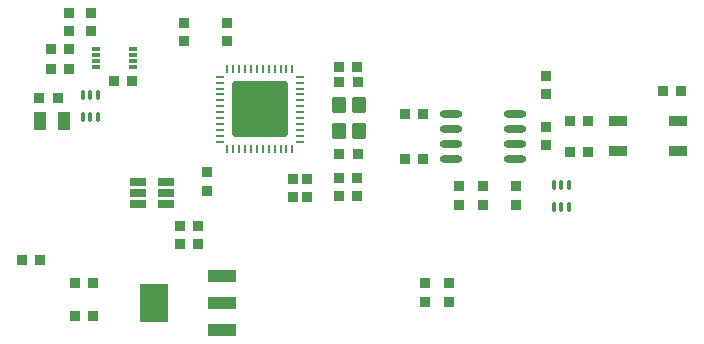
<source format=gtp>
G04*
G04 #@! TF.GenerationSoftware,Altium Limited,Altium Designer,21.0.8 (223)*
G04*
G04 Layer_Color=8421504*
%FSLAX25Y25*%
%MOIN*%
G70*
G04*
G04 #@! TF.SameCoordinates,76373615-CB27-452B-AC01-166D02EDBD73*
G04*
G04*
G04 #@! TF.FilePolarity,Positive*
G04*
G01*
G75*
%ADD21R,0.03347X0.03347*%
%ADD22R,0.05900X0.03300*%
%ADD23R,0.03347X0.03347*%
G04:AMPARAMS|DCode=24|XSize=55.12mil|YSize=47.24mil|CornerRadius=5.91mil|HoleSize=0mil|Usage=FLASHONLY|Rotation=270.000|XOffset=0mil|YOffset=0mil|HoleType=Round|Shape=RoundedRectangle|*
%AMROUNDEDRECTD24*
21,1,0.05512,0.03543,0,0,270.0*
21,1,0.04331,0.04724,0,0,270.0*
1,1,0.01181,-0.01772,-0.02165*
1,1,0.01181,-0.01772,0.02165*
1,1,0.01181,0.01772,0.02165*
1,1,0.01181,0.01772,-0.02165*
%
%ADD24ROUNDEDRECTD24*%
G04:AMPARAMS|DCode=25|XSize=185.04mil|YSize=185.04mil|CornerRadius=9.25mil|HoleSize=0mil|Usage=FLASHONLY|Rotation=180.000|XOffset=0mil|YOffset=0mil|HoleType=Round|Shape=RoundedRectangle|*
%AMROUNDEDRECTD25*
21,1,0.18504,0.16654,0,0,180.0*
21,1,0.16654,0.18504,0,0,180.0*
1,1,0.01850,-0.08327,0.08327*
1,1,0.01850,0.08327,0.08327*
1,1,0.01850,0.08327,-0.08327*
1,1,0.01850,-0.08327,-0.08327*
%
%ADD25ROUNDEDRECTD25*%
%ADD26O,0.00984X0.03150*%
%ADD27O,0.03150X0.00984*%
G04:AMPARAMS|DCode=28|XSize=11.81mil|YSize=31.5mil|CornerRadius=1.48mil|HoleSize=0mil|Usage=FLASHONLY|Rotation=180.000|XOffset=0mil|YOffset=0mil|HoleType=Round|Shape=RoundedRectangle|*
%AMROUNDEDRECTD28*
21,1,0.01181,0.02854,0,0,180.0*
21,1,0.00886,0.03150,0,0,180.0*
1,1,0.00295,-0.00443,0.01427*
1,1,0.00295,0.00443,0.01427*
1,1,0.00295,0.00443,-0.01427*
1,1,0.00295,-0.00443,-0.01427*
%
%ADD28ROUNDEDRECTD28*%
%ADD29R,0.03150X0.01181*%
%ADD30R,0.04000X0.06000*%
%ADD31R,0.09449X0.12992*%
%ADD32R,0.09449X0.03937*%
%ADD33O,0.07480X0.02362*%
G04:AMPARAMS|DCode=34|XSize=23.62mil|YSize=55.12mil|CornerRadius=2.36mil|HoleSize=0mil|Usage=FLASHONLY|Rotation=270.000|XOffset=0mil|YOffset=0mil|HoleType=Round|Shape=RoundedRectangle|*
%AMROUNDEDRECTD34*
21,1,0.02362,0.05039,0,0,270.0*
21,1,0.01890,0.05512,0,0,270.0*
1,1,0.00472,-0.02520,-0.00945*
1,1,0.00472,-0.02520,0.00945*
1,1,0.00472,0.02520,0.00945*
1,1,0.00472,0.02520,-0.00945*
%
%ADD34ROUNDEDRECTD34*%
D21*
X116251Y308700D02*
D03*
X110149D02*
D03*
X162949Y320000D02*
D03*
X169051D02*
D03*
X162949Y314000D02*
D03*
X169051D02*
D03*
X292949Y355000D02*
D03*
X299051D02*
D03*
X292949Y344856D02*
D03*
X299051D02*
D03*
X215949Y330000D02*
D03*
X222051D02*
D03*
Y336000D02*
D03*
X215949D02*
D03*
X216000Y344000D02*
D03*
X222102D02*
D03*
X222051Y373000D02*
D03*
X215949D02*
D03*
X222102Y368000D02*
D03*
X216000D02*
D03*
X147051Y368500D02*
D03*
X140949D02*
D03*
X134051Y301000D02*
D03*
X127949D02*
D03*
X134051Y290000D02*
D03*
X127949D02*
D03*
X119949Y372500D02*
D03*
X126051D02*
D03*
X119949Y379000D02*
D03*
X126051D02*
D03*
X116049Y362700D02*
D03*
X122151D02*
D03*
X243983Y342510D02*
D03*
X237881D02*
D03*
X243983Y357409D02*
D03*
X237881D02*
D03*
X323949Y365000D02*
D03*
X330051D02*
D03*
D22*
X329039Y354921D02*
D03*
X308961D02*
D03*
X329039Y345079D02*
D03*
X308961D02*
D03*
D23*
X255955Y327179D02*
D03*
Y333281D02*
D03*
X264000Y327179D02*
D03*
Y333281D02*
D03*
X274723Y327179D02*
D03*
Y333281D02*
D03*
X285000Y363949D02*
D03*
Y370051D02*
D03*
X125900Y391151D02*
D03*
Y385049D02*
D03*
X164100Y387804D02*
D03*
Y381701D02*
D03*
X244700Y300951D02*
D03*
Y294849D02*
D03*
X205301Y335791D02*
D03*
Y329689D02*
D03*
X200388Y335862D02*
D03*
Y329760D02*
D03*
X172000Y338000D02*
D03*
Y331898D02*
D03*
X178622Y381701D02*
D03*
Y387804D02*
D03*
X252400Y294849D02*
D03*
Y300951D02*
D03*
X133100Y391151D02*
D03*
Y385049D02*
D03*
X285000Y353051D02*
D03*
Y346949D02*
D03*
D24*
X222709Y351716D02*
D03*
X216016D02*
D03*
Y360378D02*
D03*
X222709D02*
D03*
D25*
X189500Y359000D02*
D03*
D26*
X200327Y345614D02*
D03*
X198358D02*
D03*
X196390D02*
D03*
X194421D02*
D03*
X192453D02*
D03*
X190484D02*
D03*
X188516D02*
D03*
X186547D02*
D03*
X184579D02*
D03*
X182610D02*
D03*
X180642D02*
D03*
X178673D02*
D03*
Y372386D02*
D03*
X180642D02*
D03*
X182610D02*
D03*
X184579D02*
D03*
X186547D02*
D03*
X188516D02*
D03*
X190484D02*
D03*
X192453D02*
D03*
X194421D02*
D03*
X196390D02*
D03*
X198358D02*
D03*
X200327D02*
D03*
D27*
X176114Y348173D02*
D03*
Y350142D02*
D03*
Y352110D02*
D03*
Y354079D02*
D03*
Y356047D02*
D03*
Y358016D02*
D03*
Y359984D02*
D03*
Y361953D02*
D03*
Y363921D02*
D03*
Y365890D02*
D03*
Y367858D02*
D03*
Y369827D02*
D03*
X202886D02*
D03*
Y367858D02*
D03*
Y365890D02*
D03*
Y363921D02*
D03*
Y361953D02*
D03*
Y359984D02*
D03*
Y358016D02*
D03*
Y356047D02*
D03*
Y354079D02*
D03*
Y352110D02*
D03*
Y350142D02*
D03*
Y348173D02*
D03*
D28*
X130441Y356260D02*
D03*
X135559D02*
D03*
X133000Y363740D02*
D03*
X133000Y356260D02*
D03*
X130441Y363740D02*
D03*
X135559D02*
D03*
X287441Y326260D02*
D03*
X292559D02*
D03*
X290000Y333740D02*
D03*
X290000Y326260D02*
D03*
X287441Y333740D02*
D03*
X292559D02*
D03*
D29*
X134898Y373047D02*
D03*
Y375016D02*
D03*
Y376984D02*
D03*
Y378953D02*
D03*
X147102Y376984D02*
D03*
Y375016D02*
D03*
Y373047D02*
D03*
Y378953D02*
D03*
D30*
X124100Y355200D02*
D03*
X116100D02*
D03*
D31*
X154083Y294500D02*
D03*
D32*
X176917Y303555D02*
D03*
Y294500D02*
D03*
Y285445D02*
D03*
D33*
X274630Y342500D02*
D03*
Y347500D02*
D03*
Y352500D02*
D03*
Y357500D02*
D03*
X253370Y342500D02*
D03*
Y347500D02*
D03*
Y352500D02*
D03*
Y357500D02*
D03*
D34*
X158224Y331000D02*
D03*
X148776Y334740D02*
D03*
Y331000D02*
D03*
Y327260D02*
D03*
X158224D02*
D03*
Y334740D02*
D03*
M02*

</source>
